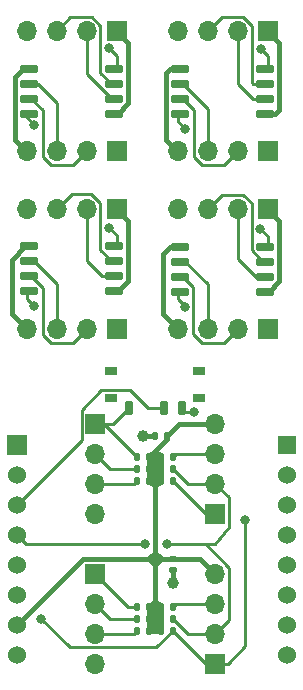
<source format=gbr>
G04 #@! TF.GenerationSoftware,KiCad,Pcbnew,6.0.9*
G04 #@! TF.CreationDate,2022-11-13T16:30:06+01:00*
G04 #@! TF.ProjectId,mikro-spiflash,6d696b72-6f2d-4737-9069-666c6173682e,rev?*
G04 #@! TF.SameCoordinates,Original*
G04 #@! TF.FileFunction,Copper,L2,Bot*
G04 #@! TF.FilePolarity,Positive*
%FSLAX46Y46*%
G04 Gerber Fmt 4.6, Leading zero omitted, Abs format (unit mm)*
G04 Created by KiCad (PCBNEW 6.0.9) date 2022-11-13 16:30:06*
%MOMM*%
%LPD*%
G01*
G04 APERTURE LIST*
G04 Aperture macros list*
%AMRoundRect*
0 Rectangle with rounded corners*
0 $1 Rounding radius*
0 $2 $3 $4 $5 $6 $7 $8 $9 X,Y pos of 4 corners*
0 Add a 4 corners polygon primitive as box body*
4,1,4,$2,$3,$4,$5,$6,$7,$8,$9,$2,$3,0*
0 Add four circle primitives for the rounded corners*
1,1,$1+$1,$2,$3*
1,1,$1+$1,$4,$5*
1,1,$1+$1,$6,$7*
1,1,$1+$1,$8,$9*
0 Add four rect primitives between the rounded corners*
20,1,$1+$1,$2,$3,$4,$5,0*
20,1,$1+$1,$4,$5,$6,$7,0*
20,1,$1+$1,$6,$7,$8,$9,0*
20,1,$1+$1,$8,$9,$2,$3,0*%
G04 Aperture macros list end*
G04 #@! TA.AperFunction,ComponentPad*
%ADD10R,1.676400X1.676400*%
G04 #@! TD*
G04 #@! TA.AperFunction,ComponentPad*
%ADD11C,1.524000*%
G04 #@! TD*
G04 #@! TA.AperFunction,ComponentPad*
%ADD12R,1.524000X1.524000*%
G04 #@! TD*
G04 #@! TA.AperFunction,SMDPad,CuDef*
%ADD13RoundRect,0.135000X0.135000X0.185000X-0.135000X0.185000X-0.135000X-0.185000X0.135000X-0.185000X0*%
G04 #@! TD*
G04 #@! TA.AperFunction,SMDPad,CuDef*
%ADD14RoundRect,0.150000X-0.650000X-0.150000X0.650000X-0.150000X0.650000X0.150000X-0.650000X0.150000X0*%
G04 #@! TD*
G04 #@! TA.AperFunction,SMDPad,CuDef*
%ADD15RoundRect,0.105000X-0.445000X0.245000X-0.445000X-0.245000X0.445000X-0.245000X0.445000X0.245000X0*%
G04 #@! TD*
G04 #@! TA.AperFunction,SMDPad,CuDef*
%ADD16RoundRect,0.090000X-0.210000X-0.535000X0.210000X-0.535000X0.210000X0.535000X-0.210000X0.535000X0*%
G04 #@! TD*
G04 #@! TA.AperFunction,SMDPad,CuDef*
%ADD17RoundRect,0.135000X-0.135000X-0.185000X0.135000X-0.185000X0.135000X0.185000X-0.135000X0.185000X0*%
G04 #@! TD*
G04 #@! TA.AperFunction,ComponentPad*
%ADD18R,1.700000X1.700000*%
G04 #@! TD*
G04 #@! TA.AperFunction,ComponentPad*
%ADD19O,1.700000X1.700000*%
G04 #@! TD*
G04 #@! TA.AperFunction,SMDPad,CuDef*
%ADD20RoundRect,0.140000X-0.170000X0.140000X-0.170000X-0.140000X0.170000X-0.140000X0.170000X0.140000X0*%
G04 #@! TD*
G04 #@! TA.AperFunction,SMDPad,CuDef*
%ADD21RoundRect,0.140000X0.140000X0.170000X-0.140000X0.170000X-0.140000X-0.170000X0.140000X-0.170000X0*%
G04 #@! TD*
G04 #@! TA.AperFunction,ViaPad*
%ADD22C,0.800000*%
G04 #@! TD*
G04 #@! TA.AperFunction,ViaPad*
%ADD23C,1.000000*%
G04 #@! TD*
G04 #@! TA.AperFunction,Conductor*
%ADD24C,0.250000*%
G04 #@! TD*
G04 #@! TA.AperFunction,Conductor*
%ADD25C,0.400000*%
G04 #@! TD*
G04 APERTURE END LIST*
D10*
X89432000Y-46990000D03*
D11*
X89432000Y-49530000D03*
X89432000Y-52070000D03*
X89432000Y-54610000D03*
X89432000Y-57150000D03*
X89432000Y-59690000D03*
X89432000Y-62230000D03*
X89432000Y-64770000D03*
X112292000Y-64770000D03*
X112292000Y-62230000D03*
X112292000Y-59690000D03*
X112292000Y-57150000D03*
X112292000Y-54610000D03*
X112292000Y-52070000D03*
X112292000Y-49530000D03*
D12*
X112292000Y-46990000D03*
D13*
X100586000Y-49022000D03*
X99566000Y-49022000D03*
D14*
X90441500Y-18984000D03*
X90441500Y-17714000D03*
X90441500Y-16444000D03*
X90441500Y-15174000D03*
X97641500Y-15174000D03*
X97641500Y-16444000D03*
X97641500Y-17714000D03*
X97641500Y-18984000D03*
X103236500Y-34036000D03*
X103236500Y-32766000D03*
X103236500Y-31496000D03*
X103236500Y-30226000D03*
X110436500Y-30226000D03*
X110436500Y-31496000D03*
X110436500Y-32766000D03*
X110436500Y-34036000D03*
X110439000Y-18986500D03*
X110439000Y-17716500D03*
X110439000Y-16446500D03*
X110439000Y-15176500D03*
X103239000Y-15176500D03*
X103239000Y-16446500D03*
X103239000Y-17716500D03*
X103239000Y-18986500D03*
X97644000Y-34033500D03*
X97644000Y-32763500D03*
X97644000Y-31493500D03*
X97644000Y-30223500D03*
X90444000Y-30223500D03*
X90444000Y-31493500D03*
X90444000Y-32763500D03*
X90444000Y-34033500D03*
D15*
X97416000Y-40760000D03*
X104816000Y-43060000D03*
X97416000Y-43060000D03*
X104816000Y-40760000D03*
D16*
X103366000Y-43910000D03*
X101866000Y-43910000D03*
X98866000Y-43910000D03*
D13*
X100584000Y-62738000D03*
X99564000Y-62738000D03*
D17*
X101596000Y-60706000D03*
X102616000Y-60706000D03*
D13*
X99564000Y-60706000D03*
X100584000Y-60706000D03*
D17*
X101596000Y-61722000D03*
X102616000Y-61722000D03*
X102616000Y-62738000D03*
X101596000Y-62738000D03*
D13*
X100586000Y-50038000D03*
X99566000Y-50038000D03*
X100584000Y-61722000D03*
X99564000Y-61722000D03*
D17*
X102618000Y-48006000D03*
X101598000Y-48006000D03*
D13*
X99566000Y-48006000D03*
X100586000Y-48006000D03*
D17*
X101598000Y-49022000D03*
X102618000Y-49022000D03*
X102618000Y-50038000D03*
X101598000Y-50038000D03*
D18*
X106171000Y-65532000D03*
D19*
X106171000Y-62992000D03*
X106171000Y-60452000D03*
X106171000Y-57912000D03*
D18*
X96036000Y-57912000D03*
D19*
X96036000Y-60452000D03*
X96036000Y-62992000D03*
X96036000Y-65532000D03*
X103029000Y-12001500D03*
X105569000Y-12001500D03*
X108109000Y-12001500D03*
D18*
X110649000Y-12001500D03*
D19*
X90234000Y-27048500D03*
X92774000Y-27048500D03*
X95314000Y-27048500D03*
D18*
X97854000Y-27048500D03*
X97854000Y-12001500D03*
D19*
X95314000Y-12001500D03*
X92774000Y-12001500D03*
X90234000Y-12001500D03*
D18*
X110649000Y-27048500D03*
D19*
X108109000Y-27048500D03*
X105569000Y-27048500D03*
X103029000Y-27048500D03*
D18*
X106196000Y-52832000D03*
D19*
X106196000Y-50292000D03*
X106196000Y-47752000D03*
X106196000Y-45212000D03*
D18*
X97854000Y-22161500D03*
D19*
X95314000Y-22161500D03*
X92774000Y-22161500D03*
X90234000Y-22161500D03*
D18*
X110649000Y-37208500D03*
D19*
X108109000Y-37208500D03*
X105569000Y-37208500D03*
X103029000Y-37208500D03*
X103029000Y-22161500D03*
X105569000Y-22161500D03*
X108109000Y-22161500D03*
D18*
X110649000Y-22161500D03*
D19*
X90234000Y-37208500D03*
X92774000Y-37208500D03*
X95314000Y-37208500D03*
D18*
X97854000Y-37208500D03*
D19*
X96061000Y-52842000D03*
X96061000Y-50302000D03*
X96061000Y-47762000D03*
D18*
X96061000Y-45222000D03*
D20*
X102644000Y-57602000D03*
X102644000Y-56642000D03*
D21*
X101120000Y-46228000D03*
X102080000Y-46228000D03*
D22*
X108712000Y-53340000D03*
X91440000Y-61722000D03*
X104394000Y-44196000D03*
D23*
X100076000Y-46228000D03*
X102616000Y-58674000D03*
D22*
X100260891Y-55372000D03*
X102108000Y-55372000D03*
X97213500Y-13459500D03*
X110038500Y-13462000D03*
X97213500Y-28636000D03*
X110008500Y-28702000D03*
X90866500Y-19936500D03*
X103637000Y-35306000D03*
X90869000Y-35303500D03*
X103664000Y-20256500D03*
D24*
X102108000Y-55372000D02*
X106172000Y-55372000D01*
X106172000Y-55372000D02*
X107371000Y-54007000D01*
X107371000Y-54007000D02*
X107371000Y-51467000D01*
X107371000Y-51467000D02*
X106196000Y-50292000D01*
X102108000Y-55372000D02*
X105410000Y-55372000D01*
X105410000Y-55372000D02*
X107346000Y-57425299D01*
X107346000Y-57425299D02*
X107346000Y-61817000D01*
X107346000Y-61817000D02*
X106171000Y-62992000D01*
X100260891Y-55372000D02*
X90170000Y-55372000D01*
X90170000Y-55372000D02*
X89432000Y-54610000D01*
X106171000Y-65532000D02*
X107271000Y-65532000D01*
X107271000Y-65532000D02*
X108712000Y-64091000D01*
X108712000Y-64091000D02*
X108712000Y-53340000D01*
X91440000Y-61722000D02*
X93885000Y-64167000D01*
X93885000Y-64167000D02*
X101187000Y-64167000D01*
X101187000Y-64167000D02*
X102616000Y-62738000D01*
X99564000Y-62738000D02*
X99310000Y-62992000D01*
X99310000Y-62992000D02*
X96036000Y-62992000D01*
X99564000Y-61722000D02*
X97306000Y-61722000D01*
X97306000Y-61722000D02*
X96036000Y-60452000D01*
X99564000Y-60706000D02*
X98830000Y-60706000D01*
X98830000Y-60706000D02*
X96036000Y-57912000D01*
X106171000Y-60452000D02*
X102870000Y-60452000D01*
X102870000Y-60452000D02*
X102616000Y-60706000D01*
X106171000Y-62992000D02*
X103886000Y-62992000D01*
X103886000Y-62992000D02*
X102616000Y-61722000D01*
X104394000Y-44196000D02*
X103652000Y-44196000D01*
X103652000Y-44196000D02*
X103366000Y-43910000D01*
D25*
X101120000Y-46228000D02*
X100076000Y-46228000D01*
X102644000Y-57602000D02*
X102644000Y-58646000D01*
X102644000Y-58646000D02*
X102616000Y-58674000D01*
D24*
X106171000Y-65532000D02*
X105410000Y-65532000D01*
X105410000Y-65532000D02*
X102616000Y-62738000D01*
X89432000Y-52070000D02*
X94886000Y-46616000D01*
X94886000Y-46616000D02*
X94886000Y-44047000D01*
X94886000Y-44047000D02*
X96548000Y-42385000D01*
X96548000Y-42385000D02*
X98959627Y-42385000D01*
X98959627Y-42385000D02*
X100484627Y-43910000D01*
X100484627Y-43910000D02*
X101866000Y-43910000D01*
X96061000Y-50302000D02*
X99302000Y-50302000D01*
X99302000Y-50302000D02*
X99566000Y-50038000D01*
X96061000Y-47762000D02*
X97321000Y-49022000D01*
X97321000Y-49022000D02*
X99566000Y-49022000D01*
X96061000Y-45222000D02*
X97554000Y-45222000D01*
X97554000Y-45222000D02*
X98866000Y-43910000D01*
X96061000Y-45222000D02*
X96782000Y-45222000D01*
X96782000Y-45222000D02*
X99566000Y-48006000D01*
X106196000Y-47752000D02*
X102872000Y-47752000D01*
X102872000Y-47752000D02*
X102618000Y-48006000D01*
X106196000Y-50292000D02*
X103888000Y-50292000D01*
X103888000Y-50292000D02*
X102618000Y-49022000D01*
X106196000Y-52832000D02*
X105412000Y-52832000D01*
X105412000Y-52832000D02*
X102618000Y-50038000D01*
D25*
X106196000Y-45212000D02*
X103096000Y-45212000D01*
X103096000Y-45212000D02*
X102080000Y-46228000D01*
X101092000Y-47498000D02*
X102080000Y-46510000D01*
X102080000Y-46510000D02*
X102080000Y-46228000D01*
X100584000Y-61722000D02*
X100584000Y-61718000D01*
X100584000Y-61718000D02*
X101596000Y-60706000D01*
X100584000Y-60706000D02*
X100584000Y-60710000D01*
X100584000Y-60710000D02*
X101596000Y-61722000D01*
X100584000Y-61722000D02*
X100584000Y-61726000D01*
X100584000Y-61726000D02*
X101596000Y-62738000D01*
X100584000Y-62738000D02*
X100584000Y-62734000D01*
X100584000Y-62734000D02*
X101596000Y-61722000D01*
X101092000Y-47498000D02*
X101598000Y-48004000D01*
X101598000Y-48004000D02*
X101598000Y-48006000D01*
X101092000Y-50544000D02*
X101092000Y-47498000D01*
X100586000Y-48006000D02*
X100586000Y-48004000D01*
X100586000Y-48004000D02*
X101092000Y-47498000D01*
X101598000Y-48006000D02*
X101598000Y-48010000D01*
X101598000Y-48010000D02*
X100586000Y-49022000D01*
X100586000Y-48006000D02*
X100586000Y-48010000D01*
X100586000Y-48010000D02*
X101598000Y-49022000D01*
X100586000Y-48006000D02*
X100586000Y-49026000D01*
X100586000Y-49026000D02*
X101598000Y-50038000D01*
X101598000Y-48006000D02*
X101598000Y-49026000D01*
X101598000Y-49026000D02*
X100586000Y-50038000D01*
X101598000Y-49022000D02*
X100586000Y-49022000D01*
X101598000Y-48006000D02*
X101598000Y-50038000D01*
X100586000Y-48006000D02*
X101598000Y-48006000D01*
X100586000Y-50038000D02*
X100586000Y-48006000D01*
X101580000Y-56662000D02*
X102624000Y-56662000D01*
X102624000Y-56662000D02*
X102644000Y-56642000D01*
X102644000Y-56642000D02*
X104901000Y-56642000D01*
X104901000Y-56642000D02*
X106171000Y-57912000D01*
X100604000Y-56662000D02*
X100604000Y-56622000D01*
X100604000Y-56622000D02*
X101092000Y-56134000D01*
X101092000Y-56134000D02*
X101092000Y-50544000D01*
X101092000Y-56388000D02*
X101092000Y-56134000D01*
X101092000Y-56134000D02*
X101580000Y-56622000D01*
X101580000Y-56622000D02*
X101580000Y-56662000D01*
X100604000Y-56662000D02*
X100818000Y-56662000D01*
X100818000Y-56662000D02*
X101092000Y-56388000D01*
X101092000Y-50544000D02*
X100586000Y-50038000D01*
X101366000Y-56662000D02*
X101092000Y-56388000D01*
X100604000Y-56662000D02*
X101366000Y-56662000D01*
X101366000Y-56662000D02*
X101580000Y-56662000D01*
X101092000Y-50544000D02*
X101598000Y-50038000D01*
X100584000Y-60706000D02*
X101092000Y-60198000D01*
X95000000Y-56662000D02*
X100604000Y-56662000D01*
X101092000Y-57150000D02*
X100604000Y-56662000D01*
X101596000Y-60702000D02*
X101092000Y-60198000D01*
X101596000Y-60706000D02*
X101596000Y-60702000D01*
X101092000Y-60198000D02*
X101092000Y-57150000D01*
X101092000Y-57150000D02*
X101580000Y-56662000D01*
X100584000Y-61722000D02*
X101596000Y-61722000D01*
X101596000Y-60706000D02*
X100584000Y-60706000D01*
X101596000Y-62738000D02*
X101596000Y-60706000D01*
X100584000Y-62738000D02*
X101596000Y-62738000D01*
X100584000Y-60706000D02*
X100584000Y-62738000D01*
X89432000Y-62230000D02*
X95000000Y-56662000D01*
D24*
X97851500Y-14097500D02*
X97213500Y-13459500D01*
X97851500Y-14856500D02*
X97851500Y-14097500D01*
X110038500Y-13462000D02*
X110649000Y-14072500D01*
X110649000Y-14072500D02*
X110649000Y-14966500D01*
X110649000Y-14966500D02*
X110439000Y-15176500D01*
X97854000Y-29276500D02*
X97213500Y-28636000D01*
X97854000Y-29588500D02*
X97854000Y-29276500D01*
X110646500Y-29340000D02*
X110008500Y-28702000D01*
X110646500Y-29591000D02*
X110646500Y-29340000D01*
X90866500Y-19936500D02*
X90231500Y-19301500D01*
X90231500Y-19301500D02*
X90231500Y-19194000D01*
X90231500Y-19194000D02*
X90441500Y-18984000D01*
X95314000Y-22161500D02*
X94139000Y-23336500D01*
X94139000Y-23336500D02*
X92287299Y-23336500D01*
X92287299Y-23336500D02*
X91599000Y-22648201D01*
X91599000Y-18669749D02*
X91599000Y-22648201D01*
X90643251Y-17714000D02*
X91599000Y-18669749D01*
X90441500Y-17714000D02*
X90643251Y-17714000D01*
X92774000Y-22161500D02*
X92774000Y-18034000D01*
X92774000Y-18034000D02*
X91184000Y-16444000D01*
X91184000Y-16444000D02*
X90441500Y-16444000D01*
D25*
X90441500Y-15174000D02*
X89914000Y-15174000D01*
X89914000Y-15174000D02*
X89241500Y-15846500D01*
X89241500Y-15846500D02*
X89241500Y-21169000D01*
X89241500Y-21169000D02*
X90234000Y-22161500D01*
D24*
X97851500Y-14964000D02*
X97641500Y-15174000D01*
X97851500Y-14856500D02*
X97851500Y-14964000D01*
X97641500Y-16444000D02*
X97439749Y-16444000D01*
X93949000Y-10826500D02*
X92774000Y-12001500D01*
X97439749Y-16444000D02*
X96489000Y-15493251D01*
X96489000Y-15493251D02*
X96489000Y-11514799D01*
X96489000Y-11514799D02*
X95800701Y-10826500D01*
X95800701Y-10826500D02*
X93949000Y-10826500D01*
X97641500Y-17714000D02*
X97439749Y-17714000D01*
X95314000Y-15588251D02*
X95314000Y-12001500D01*
X97439749Y-17714000D02*
X95314000Y-15588251D01*
D25*
X97854000Y-12001500D02*
X98841500Y-12989000D01*
X98841500Y-12989000D02*
X98841500Y-18091817D01*
X98841500Y-18091817D02*
X97949317Y-18984000D01*
X97949317Y-18984000D02*
X97641500Y-18984000D01*
D24*
X104394000Y-18669749D02*
X104394000Y-22648201D01*
X104394000Y-22648201D02*
X105082299Y-23336500D01*
X105082299Y-23336500D02*
X106934000Y-23336500D01*
X106934000Y-23336500D02*
X108109000Y-22161500D01*
X103637000Y-35281500D02*
X103026500Y-34671000D01*
X103637000Y-35306000D02*
X103637000Y-35281500D01*
X103026500Y-34671000D02*
X103026500Y-34246000D01*
X103026500Y-34246000D02*
X103236500Y-34036000D01*
X108109000Y-37208500D02*
X106934000Y-38383500D01*
X104361500Y-33689249D02*
X103438251Y-32766000D01*
X106934000Y-38383500D02*
X105082299Y-38383500D01*
X105082299Y-38383500D02*
X104361500Y-37662701D01*
X104361500Y-37662701D02*
X104361500Y-33689249D01*
X103438251Y-32766000D02*
X103236500Y-32766000D01*
X103236500Y-31496000D02*
X103661500Y-31496000D01*
X103661500Y-31496000D02*
X105569000Y-33403500D01*
X105569000Y-33403500D02*
X105569000Y-37208500D01*
D25*
X103236500Y-30226000D02*
X102391500Y-30226000D01*
X102391500Y-30226000D02*
X101756500Y-30861000D01*
X101756500Y-30861000D02*
X101756500Y-35936000D01*
X101756500Y-35936000D02*
X103029000Y-37208500D01*
D24*
X110646500Y-29591000D02*
X110646500Y-30016000D01*
X110646500Y-30016000D02*
X110436500Y-30226000D01*
X110436500Y-31496000D02*
X110234749Y-31496000D01*
X110234749Y-31496000D02*
X109284000Y-30545251D01*
X109284000Y-30545251D02*
X109284000Y-26561799D01*
X109284000Y-26561799D02*
X108595701Y-25873500D01*
X108595701Y-25873500D02*
X106744000Y-25873500D01*
X106744000Y-25873500D02*
X105569000Y-27048500D01*
X110436500Y-32766000D02*
X109624799Y-32766000D01*
X109624799Y-32766000D02*
X108109000Y-31250201D01*
X108109000Y-31250201D02*
X108109000Y-27048500D01*
D25*
X110649000Y-27048500D02*
X111636500Y-28036000D01*
X111636500Y-28036000D02*
X111636500Y-33143817D01*
X111636500Y-33143817D02*
X110744317Y-34036000D01*
X110744317Y-34036000D02*
X110436500Y-34036000D01*
D24*
X90869000Y-35303500D02*
X90234000Y-34668500D01*
X90234000Y-34243500D02*
X90444000Y-34033500D01*
X90234000Y-34668500D02*
X90234000Y-34243500D01*
X90444000Y-32763500D02*
X90645751Y-32763500D01*
X90645751Y-32763500D02*
X91599000Y-33716749D01*
X94139000Y-38383500D02*
X95314000Y-37208500D01*
X91599000Y-33716749D02*
X91599000Y-37695201D01*
X91599000Y-37695201D02*
X92287299Y-38383500D01*
X92287299Y-38383500D02*
X94139000Y-38383500D01*
X92774000Y-33398500D02*
X92774000Y-37208500D01*
X90444000Y-31493500D02*
X90869000Y-31493500D01*
X90869000Y-31493500D02*
X92774000Y-33398500D01*
X97854000Y-30013500D02*
X97644000Y-30223500D01*
X97854000Y-29588500D02*
X97854000Y-30013500D01*
X97644000Y-31493500D02*
X97442249Y-31493500D01*
X97442249Y-31493500D02*
X96489000Y-30540251D01*
X96489000Y-30540251D02*
X96489000Y-26561799D01*
X96489000Y-26561799D02*
X95705701Y-25778500D01*
X95705701Y-25778500D02*
X94044000Y-25778500D01*
X94044000Y-25778500D02*
X92774000Y-27048500D01*
X95314000Y-27048500D02*
X95314000Y-31493500D01*
X95314000Y-31493500D02*
X96584000Y-32763500D01*
X96584000Y-32763500D02*
X97644000Y-32763500D01*
D25*
X90444000Y-30223500D02*
X90136183Y-30223500D01*
X88964000Y-31395683D02*
X88964000Y-35938500D01*
X90136183Y-30223500D02*
X88964000Y-31395683D01*
X88964000Y-35938500D02*
X90234000Y-37208500D01*
X97854000Y-27048500D02*
X98844000Y-28038500D01*
X98844000Y-28038500D02*
X98844000Y-33141317D01*
X98844000Y-33141317D02*
X97951817Y-34033500D01*
X97951817Y-34033500D02*
X97644000Y-34033500D01*
D24*
X103664000Y-20256500D02*
X103029000Y-19621500D01*
X103029000Y-19196500D02*
X103239000Y-18986500D01*
X103029000Y-19621500D02*
X103029000Y-19196500D01*
X103239000Y-17716500D02*
X103440751Y-17716500D01*
X103440751Y-17716500D02*
X104394000Y-18669749D01*
X103239000Y-16446500D02*
X103440751Y-16446500D01*
X103440751Y-16446500D02*
X105569000Y-18574749D01*
X105569000Y-18574749D02*
X105569000Y-22161500D01*
D25*
X103239000Y-15176500D02*
X102394000Y-15176500D01*
X102394000Y-15176500D02*
X102039000Y-15531500D01*
X102039000Y-15531500D02*
X102039000Y-21171500D01*
X102039000Y-21171500D02*
X103029000Y-22161500D01*
X110649000Y-12001500D02*
X111639000Y-12991500D01*
X111639000Y-12991500D02*
X111639000Y-18631500D01*
X111639000Y-18631500D02*
X111284000Y-18986500D01*
D24*
X105569000Y-12001500D02*
X106744000Y-10826500D01*
X109379000Y-16446500D02*
X110439000Y-16446500D01*
X106744000Y-10826500D02*
X108595701Y-10826500D01*
X108595701Y-10826500D02*
X109314000Y-11544799D01*
X109314000Y-11544799D02*
X109314000Y-16381500D01*
X109314000Y-16381500D02*
X109379000Y-16446500D01*
X108109000Y-12001500D02*
X108109000Y-16446500D01*
X108109000Y-16446500D02*
X109379000Y-17716500D01*
X109379000Y-17716500D02*
X110439000Y-17716500D01*
M02*

</source>
